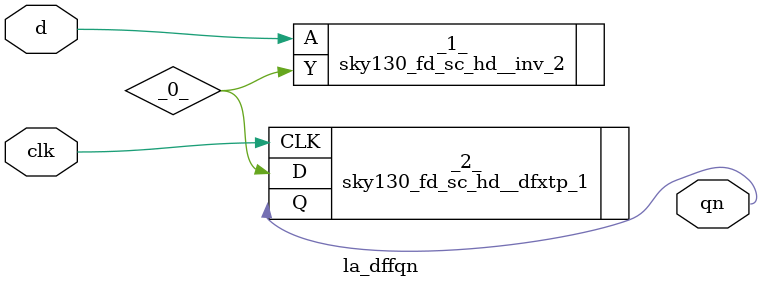
<source format=v>

/* Generated by Yosys 0.44 (git sha1 80ba43d26, g++ 11.4.0-1ubuntu1~22.04 -fPIC -O3) */

(* top =  1  *)
(* src = "inputs/la_dffqn.v:10.1-20.10" *)
module la_dffqn (
    d,
    clk,
    qn
);
  (* src = "inputs/la_dffqn.v:18.5-18.36" *)
  wire _0_;
  (* src = "inputs/la_dffqn.v:14.11-14.14" *)
  input clk;
  wire clk;
  (* src = "inputs/la_dffqn.v:13.11-13.12" *)
  input d;
  wire d;
  (* src = "inputs/la_dffqn.v:15.16-15.18" *)
  output qn;
  wire qn;
  sky130_fd_sc_hd__inv_2 _1_ (
      .A(d),
      .Y(_0_)
  );
  (* src = "inputs/la_dffqn.v:18.5-18.36" *)
  sky130_fd_sc_hd__dfxtp_1 _2_ (
      .CLK(clk),
      .D  (_0_),
      .Q  (qn)
  );
endmodule

</source>
